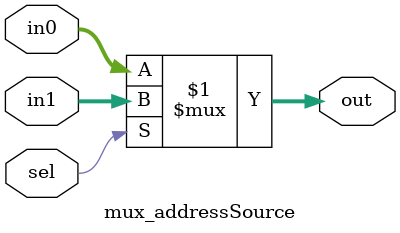
<source format=v>
module mux_addressSource(
    input [31:0] in0, //entrada con el valor del PC
    input [31:0] in1, //entrada con la direccion proporcionada por la unidad de debug
    input sel,
    output [31:0] out
);

	//si sel es 1 selecciona la unidad de debug, si no el PC
	assign out = sel ? in1 : in0;
    
endmodule

</source>
